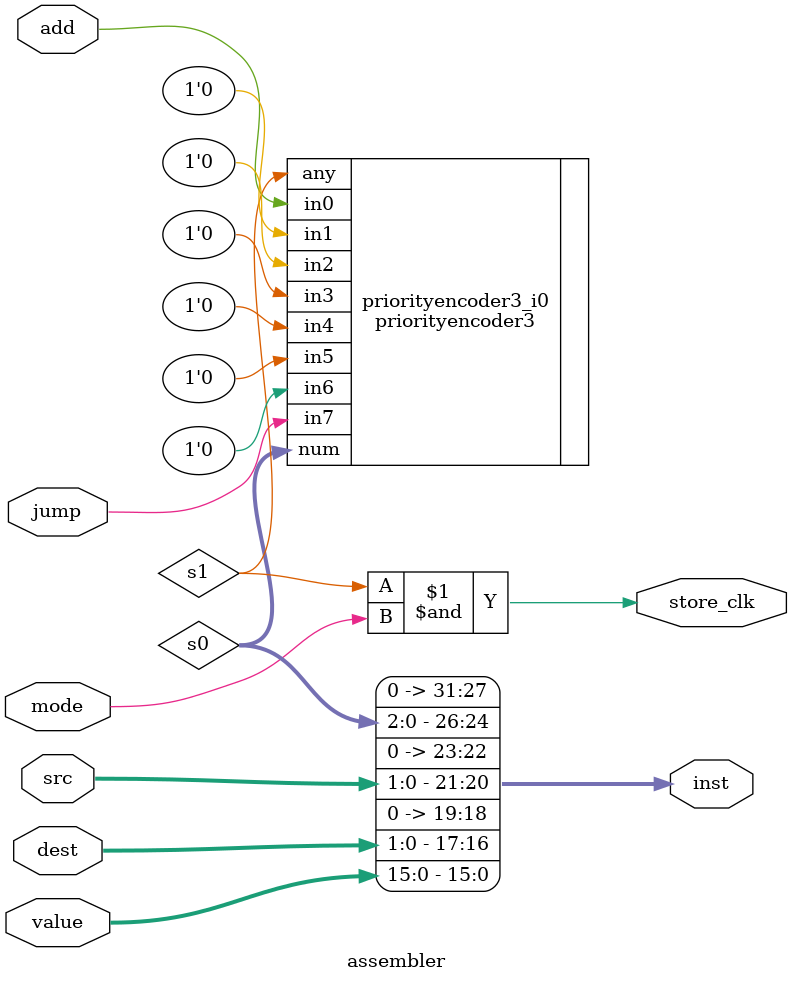
<source format=v>
module assembler (
  input mode,
  input [15:0] value,
  input [1:0] dest,
  input [1:0] src,
  input add,
  input jump,
  output [31:0] inst,
  output store_clk
);
  wire [2:0] s0;
  wire s1;
  priorityencoder3 priorityencoder3_i0 (
    .in0( add ),
    .in1( 1'b0 ),
    .in2( 1'b0 ),
    .in3( 1'b0 ),
    .in4( 1'b0 ),
    .in5( 1'b0 ),
    .in6( 1'b0 ),
    .in7( jump ),
    .num( s0 ),
    .any( s1 )
  );
  assign inst[15:0] = value;
  assign inst[17:16] = dest;
  assign inst[19:18] = 2'b0;
  assign inst[21:20] = src;
  assign inst[23:22] = 2'b0;
  assign inst[26:24] = s0;
  assign inst[31:27] = 5'b0;
  assign store_clk = (s1 & mode);
endmodule

</source>
